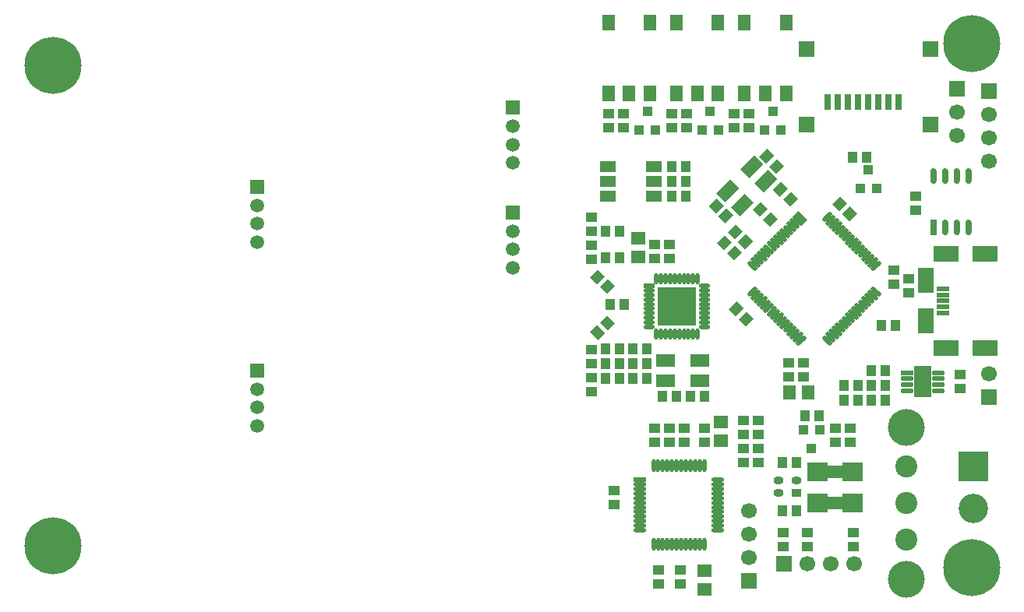
<source format=gts>
G04 (created by PCBNEW (2013-07-07 BZR 4022)-stable) date 06/12/2014 00:31:43*
%MOIN*%
G04 Gerber Fmt 3.4, Leading zero omitted, Abs format*
%FSLAX34Y34*%
G01*
G70*
G90*
G04 APERTURE LIST*
%ADD10C,0.00590551*%
%ADD11R,0.106299X0.0669291*%
%ADD12R,0.0669291X0.106299*%
%ADD13R,0.0570866X0.023622*%
%ADD14C,0.0944882*%
%ADD15C,0.15748*%
%ADD16R,0.043874X0.043874*%
%ADD17O,0.027874X0.066974*%
%ADD18R,0.027874X0.066974*%
%ADD19R,0.043274X0.035474*%
%ADD20O,0.043274X0.035474*%
%ADD21R,0.042874X0.047874*%
%ADD22R,0.047874X0.042874*%
%ADD23R,0.047274X0.019674*%
%ADD24O,0.047274X0.019674*%
%ADD25O,0.019674X0.047274*%
%ADD26R,0.047274X0.047274*%
%ADD27R,0.027574X0.066974*%
%ADD28R,0.066974X0.066974*%
%ADD29C,0.019674*%
%ADD30R,0.055074X0.019674*%
%ADD31O,0.055074X0.019674*%
%ADD32O,0.019674X0.055074*%
%ADD33R,0.0708661X0.0511811*%
%ADD34C,0.244074*%
%ADD35R,0.0551181X0.0224409*%
%ADD36O,0.0551181X0.0224409*%
%ADD37R,0.0393701X0.0393701*%
%ADD38R,0.082674X0.055074*%
%ADD39R,0.0669291X0.0669291*%
%ADD40C,0.0669291*%
%ADD41R,0.062874X0.052874*%
%ADD42R,0.052874X0.062874*%
%ADD43R,0.055074X0.070874*%
%ADD44R,0.125984X0.125984*%
%ADD45C,0.125984*%
%ADD46R,0.046474X0.052874*%
%ADD47R,0.086574X0.078774*%
%ADD48R,0.0590551X0.0590551*%
%ADD49C,0.0590551*%
G04 APERTURE END LIST*
G54D10*
G54D11*
X79940Y-72893D03*
X79940Y-68838D03*
X78287Y-72893D03*
X78287Y-68838D03*
G54D12*
X77421Y-71732D03*
X77421Y-70000D03*
G54D13*
X78159Y-71377D03*
X78159Y-71122D03*
X78159Y-70866D03*
X78159Y-70610D03*
X78159Y-70354D03*
G54D14*
X76574Y-81102D03*
X76574Y-79527D03*
X76574Y-77952D03*
G54D15*
X76574Y-82775D03*
X76574Y-76279D03*
G54D16*
X75310Y-66069D03*
X74610Y-66069D03*
X74960Y-65269D03*
X72169Y-76371D03*
X72869Y-76371D03*
X72519Y-77171D03*
X65861Y-63549D03*
X65161Y-63549D03*
X65511Y-62749D03*
X68538Y-63549D03*
X67838Y-63549D03*
X68188Y-62749D03*
X71216Y-63549D03*
X70516Y-63549D03*
X70866Y-62749D03*
G54D17*
X77753Y-65514D03*
G54D18*
X77753Y-67714D03*
G54D17*
X78253Y-65514D03*
X78753Y-65514D03*
X79253Y-65514D03*
X78253Y-67714D03*
X78753Y-67714D03*
X79253Y-67714D03*
G54D19*
X71870Y-79074D03*
G54D20*
X71870Y-78562D03*
X71122Y-78562D03*
X71122Y-79074D03*
G54D21*
X72259Y-75787D03*
X72859Y-75787D03*
G54D22*
X74330Y-81402D03*
X74330Y-80802D03*
G54D21*
X64315Y-73543D03*
X63715Y-73543D03*
X75526Y-71929D03*
X76126Y-71929D03*
G54D22*
X63110Y-74148D03*
X63110Y-74748D03*
X63110Y-67898D03*
X63110Y-67298D03*
G54D21*
X65496Y-72913D03*
X64896Y-72913D03*
G54D22*
X74173Y-76314D03*
X74173Y-76914D03*
X73543Y-76914D03*
X73543Y-76314D03*
X72362Y-81402D03*
X72362Y-80802D03*
X71299Y-81402D03*
X71299Y-80802D03*
X66535Y-62849D03*
X66535Y-63449D03*
X64488Y-62849D03*
X64488Y-63449D03*
X69212Y-62849D03*
X69212Y-63449D03*
X69842Y-62849D03*
X69842Y-63449D03*
X67165Y-62849D03*
X67165Y-63449D03*
G54D21*
X67150Y-66377D03*
X66550Y-66377D03*
X67150Y-65748D03*
X66550Y-65748D03*
X67150Y-65118D03*
X66550Y-65118D03*
G54D10*
G36*
X71084Y-67359D02*
X70745Y-67698D01*
X70442Y-67395D01*
X70780Y-67056D01*
X71084Y-67359D01*
X71084Y-67359D01*
G37*
G36*
X70659Y-66935D02*
X70321Y-67274D01*
X70018Y-66970D01*
X70356Y-66632D01*
X70659Y-66935D01*
X70659Y-66935D01*
G37*
G54D22*
X69606Y-77180D03*
X69606Y-77780D03*
G54D21*
X75093Y-74488D03*
X75693Y-74488D03*
X75093Y-75118D03*
X75693Y-75118D03*
G54D22*
X70236Y-77180D03*
X70236Y-77780D03*
G54D23*
X65590Y-70216D03*
G54D24*
X65590Y-70413D03*
X65590Y-70610D03*
X65590Y-70807D03*
X65590Y-71004D03*
X65590Y-71200D03*
X65590Y-71397D03*
X65590Y-71594D03*
X65590Y-71791D03*
X65590Y-71988D03*
G54D25*
X65885Y-72283D03*
X66082Y-72283D03*
X66279Y-72283D03*
X66476Y-72283D03*
X66673Y-72283D03*
X66869Y-72283D03*
X67066Y-72283D03*
X67263Y-72283D03*
X67460Y-72283D03*
X67657Y-72283D03*
G54D24*
X67952Y-71988D03*
X67952Y-71791D03*
X67952Y-71594D03*
X67952Y-71397D03*
X67952Y-71200D03*
X67952Y-71004D03*
X67952Y-70807D03*
X67952Y-70610D03*
X67952Y-70413D03*
X67952Y-70216D03*
G54D25*
X67657Y-69921D03*
X67460Y-69921D03*
X67263Y-69921D03*
X67066Y-69921D03*
X66869Y-69921D03*
X66673Y-69921D03*
X66476Y-69921D03*
X66279Y-69921D03*
X66082Y-69921D03*
X65885Y-69921D03*
G54D26*
X66968Y-71299D03*
X66968Y-70905D03*
X66968Y-70511D03*
X67362Y-70511D03*
X67362Y-70905D03*
X67362Y-71299D03*
X67362Y-71693D03*
X66968Y-71693D03*
X66574Y-70511D03*
X66574Y-70905D03*
X66574Y-71299D03*
X66574Y-71693D03*
X66180Y-70511D03*
X66180Y-70905D03*
X66180Y-71693D03*
X66180Y-71299D03*
G54D27*
X76259Y-62362D03*
X75826Y-62362D03*
X75393Y-62362D03*
X74960Y-62362D03*
X74527Y-62362D03*
X74094Y-62362D03*
X73661Y-62362D03*
X73228Y-62362D03*
G54D28*
X77598Y-60078D03*
X77598Y-63307D03*
X72322Y-60078D03*
X72322Y-63307D03*
G54D10*
G36*
X71817Y-67152D02*
X71956Y-67013D01*
X72345Y-67402D01*
X72206Y-67541D01*
X71817Y-67152D01*
X71817Y-67152D01*
G37*
G54D29*
X71817Y-67290D02*
X72067Y-67541D01*
X71678Y-67430D02*
X71928Y-67680D01*
X71538Y-67569D02*
X71789Y-67819D01*
X71399Y-67708D02*
X71649Y-67959D01*
X71260Y-67848D02*
X71510Y-68098D01*
X71121Y-67987D02*
X71371Y-68237D01*
X70981Y-68126D02*
X71232Y-68376D01*
X70843Y-68263D02*
X71093Y-68514D01*
X70703Y-68403D02*
X70954Y-68653D01*
X70564Y-68542D02*
X70814Y-68792D01*
X70424Y-68680D02*
X70674Y-68931D01*
X70285Y-68821D02*
X70535Y-69072D01*
X70145Y-68961D02*
X70396Y-69211D01*
X70006Y-69100D02*
X70256Y-69350D01*
X69868Y-69238D02*
X70118Y-69489D01*
X69868Y-70602D02*
X70119Y-70352D01*
X70008Y-70742D02*
X70258Y-70491D01*
X70147Y-70881D02*
X70397Y-70631D01*
X70285Y-71020D02*
X70536Y-70769D01*
X70425Y-71159D02*
X70675Y-70909D01*
X70564Y-71298D02*
X70814Y-71048D01*
X70703Y-71437D02*
X70953Y-71186D01*
X70842Y-71576D02*
X71092Y-71326D01*
X73070Y-72441D02*
X73320Y-72691D01*
X73209Y-72302D02*
X73460Y-72552D01*
X73349Y-72162D02*
X73599Y-72413D01*
X73488Y-72023D02*
X73738Y-72273D01*
X70981Y-71716D02*
X71231Y-71466D01*
X71120Y-71855D02*
X71370Y-71605D01*
X71259Y-71995D02*
X71509Y-71744D01*
X71398Y-72134D02*
X71649Y-71884D01*
X71538Y-72273D02*
X71788Y-72023D01*
X71677Y-72413D02*
X71927Y-72162D01*
X71816Y-72552D02*
X72067Y-72302D01*
X71955Y-72690D02*
X72205Y-72440D01*
X73626Y-71884D02*
X73876Y-72134D01*
X73765Y-71744D02*
X74015Y-71995D01*
X73904Y-71605D02*
X74155Y-71855D01*
X74044Y-71466D02*
X74294Y-71716D01*
X74182Y-71327D02*
X74433Y-71578D01*
X74322Y-71188D02*
X74572Y-71438D01*
X74461Y-71049D02*
X74711Y-71299D01*
X74600Y-70909D02*
X74851Y-71160D01*
X74740Y-70770D02*
X74990Y-71020D01*
X74879Y-70631D02*
X75129Y-70881D01*
X75018Y-70491D02*
X75268Y-70742D01*
X75157Y-70353D02*
X75407Y-70603D01*
X75157Y-69489D02*
X75407Y-69238D01*
X75018Y-69350D02*
X75268Y-69100D01*
X74879Y-69211D02*
X75129Y-68961D01*
X74740Y-69072D02*
X74990Y-68821D01*
X74600Y-68932D02*
X74851Y-68682D01*
X74461Y-68793D02*
X74711Y-68543D01*
X74322Y-68654D02*
X74572Y-68403D01*
X74182Y-68514D02*
X74433Y-68264D01*
X74044Y-68376D02*
X74294Y-68125D01*
X73904Y-68236D02*
X74155Y-67986D01*
X73765Y-68097D02*
X74015Y-67847D01*
X73626Y-67958D02*
X73876Y-67708D01*
X73487Y-67819D02*
X73737Y-67568D01*
X73347Y-67679D02*
X73598Y-67429D01*
X73208Y-67540D02*
X73458Y-67290D01*
X73069Y-67401D02*
X73320Y-67151D01*
G54D30*
X65177Y-78523D03*
G54D31*
X65177Y-78719D03*
X65177Y-78916D03*
X65177Y-79113D03*
X65177Y-79310D03*
X65177Y-79507D03*
X65177Y-79704D03*
X65177Y-79901D03*
X65177Y-80097D03*
X65177Y-80294D03*
X65177Y-80491D03*
X65176Y-80688D03*
G54D32*
X65769Y-81279D03*
X65965Y-81279D03*
X66162Y-81279D03*
X66359Y-81279D03*
X66556Y-81279D03*
X66753Y-81279D03*
X66950Y-81279D03*
X67146Y-81279D03*
X67343Y-81279D03*
X67540Y-81279D03*
X67736Y-81279D03*
X67933Y-81279D03*
G54D31*
X68524Y-80689D03*
X68524Y-80492D03*
X68524Y-80295D03*
X68524Y-80098D03*
X68524Y-79901D03*
X68524Y-79704D03*
X68524Y-79507D03*
X68524Y-79311D03*
X68524Y-79114D03*
X68524Y-78917D03*
X68524Y-78720D03*
X68524Y-78523D03*
G54D32*
X67933Y-77933D03*
X67736Y-77933D03*
X67539Y-77933D03*
X67342Y-77933D03*
X67145Y-77933D03*
X66948Y-77933D03*
X66752Y-77933D03*
X66555Y-77933D03*
X66358Y-77933D03*
X66161Y-77933D03*
X65964Y-77933D03*
X65767Y-77933D03*
G54D33*
X63818Y-66377D03*
X63818Y-65748D03*
X63818Y-65118D03*
X65787Y-66377D03*
X65787Y-65748D03*
X65787Y-65118D03*
G54D10*
G36*
X63049Y-69844D02*
X63388Y-69506D01*
X63691Y-69809D01*
X63352Y-70148D01*
X63049Y-69844D01*
X63049Y-69844D01*
G37*
G36*
X63473Y-70269D02*
X63812Y-69930D01*
X64115Y-70233D01*
X63777Y-70572D01*
X63473Y-70269D01*
X63473Y-70269D01*
G37*
G36*
X63777Y-71474D02*
X64115Y-71813D01*
X63812Y-72116D01*
X63473Y-71778D01*
X63777Y-71474D01*
X63777Y-71474D01*
G37*
G36*
X63352Y-71899D02*
X63691Y-72237D01*
X63388Y-72540D01*
X63049Y-72202D01*
X63352Y-71899D01*
X63352Y-71899D01*
G37*
G54D34*
X40078Y-60787D03*
X40078Y-81338D03*
X79370Y-82283D03*
X79370Y-59842D03*
G54D35*
X76614Y-73946D03*
G54D36*
X76614Y-74202D03*
X76614Y-74458D03*
X76614Y-74714D03*
X77952Y-74714D03*
X77952Y-74458D03*
X77952Y-74202D03*
X77952Y-73946D03*
G54D37*
X77440Y-73858D03*
X77440Y-74173D03*
X77440Y-74488D03*
X77440Y-74803D03*
X77125Y-73858D03*
X77125Y-74173D03*
X77125Y-74488D03*
X77125Y-74803D03*
G54D38*
X66279Y-74291D03*
X67735Y-74291D03*
X67735Y-73425D03*
X66279Y-73425D03*
G54D10*
G36*
X70069Y-64636D02*
X70459Y-65026D01*
X69874Y-65610D01*
X69485Y-65221D01*
X70069Y-64636D01*
X70069Y-64636D01*
G37*
G36*
X69040Y-65666D02*
X69429Y-66055D01*
X68845Y-66640D01*
X68455Y-66251D01*
X69040Y-65666D01*
X69040Y-65666D01*
G37*
G36*
X69652Y-66278D02*
X70042Y-66668D01*
X69457Y-67252D01*
X69068Y-66863D01*
X69652Y-66278D01*
X69652Y-66278D01*
G37*
G36*
X70682Y-65249D02*
X71071Y-65638D01*
X70487Y-66223D01*
X70097Y-65833D01*
X70682Y-65249D01*
X70682Y-65249D01*
G37*
G54D39*
X80118Y-61885D03*
G54D40*
X80118Y-62885D03*
X80118Y-63885D03*
X80118Y-64885D03*
G54D39*
X69842Y-82838D03*
G54D40*
X69842Y-81838D03*
X69842Y-80838D03*
X69842Y-79838D03*
G54D39*
X78740Y-61795D03*
G54D40*
X78740Y-62795D03*
X78740Y-63795D03*
G54D39*
X80118Y-74988D03*
G54D40*
X80118Y-73988D03*
G54D39*
X71334Y-82125D03*
G54D40*
X72334Y-82125D03*
X73334Y-82125D03*
X74334Y-82125D03*
G54D41*
X65118Y-68982D03*
X65118Y-68182D03*
X68661Y-76856D03*
X68661Y-76056D03*
G54D42*
X72368Y-74803D03*
X71568Y-74803D03*
G54D41*
X67952Y-82434D03*
X67952Y-83234D03*
G54D10*
G36*
X70021Y-68304D02*
X69682Y-68643D01*
X69379Y-68340D01*
X69717Y-68001D01*
X70021Y-68304D01*
X70021Y-68304D01*
G37*
G36*
X69596Y-67880D02*
X69258Y-68218D01*
X68955Y-67915D01*
X69293Y-67577D01*
X69596Y-67880D01*
X69596Y-67880D01*
G37*
G36*
X69548Y-68777D02*
X69210Y-69115D01*
X68907Y-68812D01*
X69245Y-68473D01*
X69548Y-68777D01*
X69548Y-68777D01*
G37*
G36*
X69124Y-68352D02*
X68785Y-68691D01*
X68482Y-68388D01*
X68821Y-68049D01*
X69124Y-68352D01*
X69124Y-68352D01*
G37*
G54D22*
X66929Y-82377D03*
X66929Y-82977D03*
G54D10*
G36*
X73404Y-66734D02*
X73742Y-66396D01*
X74045Y-66699D01*
X73707Y-67037D01*
X73404Y-66734D01*
X73404Y-66734D01*
G37*
G36*
X73828Y-67158D02*
X74166Y-66820D01*
X74469Y-67123D01*
X74131Y-67462D01*
X73828Y-67158D01*
X73828Y-67158D01*
G37*
G54D22*
X64094Y-79591D03*
X64094Y-78991D03*
G54D10*
G36*
X70060Y-71611D02*
X69722Y-71950D01*
X69418Y-71647D01*
X69757Y-71308D01*
X70060Y-71611D01*
X70060Y-71611D01*
G37*
G36*
X69636Y-71187D02*
X69297Y-71526D01*
X68994Y-71222D01*
X69333Y-70884D01*
X69636Y-71187D01*
X69636Y-71187D01*
G37*
G54D22*
X78897Y-74630D03*
X78897Y-74030D03*
G54D21*
X73912Y-75118D03*
X74512Y-75118D03*
X73912Y-74488D03*
X74512Y-74488D03*
X75093Y-73858D03*
X75693Y-73858D03*
G54D22*
X65826Y-76914D03*
X65826Y-76314D03*
G54D10*
G36*
X71950Y-66493D02*
X71611Y-66832D01*
X71308Y-66529D01*
X71647Y-66190D01*
X71950Y-66493D01*
X71950Y-66493D01*
G37*
G36*
X71526Y-66069D02*
X71187Y-66407D01*
X70884Y-66104D01*
X71222Y-65766D01*
X71526Y-66069D01*
X71526Y-66069D01*
G37*
G54D22*
X65984Y-82377D03*
X65984Y-82977D03*
X76968Y-66392D03*
X76968Y-66992D03*
X66456Y-76914D03*
X66456Y-76314D03*
X72165Y-73518D03*
X72165Y-74118D03*
X67086Y-76914D03*
X67086Y-76314D03*
X67952Y-76914D03*
X67952Y-76314D03*
G54D21*
X63715Y-69015D03*
X64315Y-69015D03*
G54D10*
G36*
X70293Y-64687D02*
X70632Y-64348D01*
X70935Y-64652D01*
X70596Y-64990D01*
X70293Y-64687D01*
X70293Y-64687D01*
G37*
G36*
X70718Y-65111D02*
X71056Y-64773D01*
X71359Y-65076D01*
X71021Y-65414D01*
X70718Y-65111D01*
X70718Y-65111D01*
G37*
G36*
X69194Y-67202D02*
X68855Y-67540D01*
X68552Y-67237D01*
X68891Y-66899D01*
X69194Y-67202D01*
X69194Y-67202D01*
G37*
G36*
X68770Y-66778D02*
X68431Y-67116D01*
X68128Y-66813D01*
X68466Y-66474D01*
X68770Y-66778D01*
X68770Y-66778D01*
G37*
G54D22*
X69606Y-75999D03*
X69606Y-76599D03*
X70236Y-75999D03*
X70236Y-76599D03*
G54D21*
X71874Y-79842D03*
X71274Y-79842D03*
X71274Y-77795D03*
X71874Y-77795D03*
X65496Y-73543D03*
X64896Y-73543D03*
G54D22*
X76062Y-70142D03*
X76062Y-69542D03*
X71535Y-73518D03*
X71535Y-74118D03*
G54D21*
X64315Y-74173D03*
X63715Y-74173D03*
X63715Y-67874D03*
X64315Y-67874D03*
G54D22*
X63110Y-73567D03*
X63110Y-72967D03*
X63110Y-68479D03*
X63110Y-69079D03*
G54D21*
X64315Y-72913D03*
X63715Y-72913D03*
X74866Y-64724D03*
X74266Y-64724D03*
X67337Y-74960D03*
X67937Y-74960D03*
X66756Y-74960D03*
X66156Y-74960D03*
G54D22*
X65826Y-69040D03*
X65826Y-68440D03*
X66456Y-69040D03*
X66456Y-68440D03*
G54D21*
X65496Y-74173D03*
X64896Y-74173D03*
G54D22*
X76692Y-70536D03*
X76692Y-69936D03*
G54D21*
X64512Y-71023D03*
X63912Y-71023D03*
G54D43*
X68527Y-61992D03*
X66747Y-61992D03*
X68527Y-58952D03*
X66747Y-58952D03*
X67637Y-61988D03*
X65614Y-61992D03*
X63834Y-61992D03*
X65614Y-58952D03*
X63834Y-58952D03*
X64724Y-61988D03*
G54D44*
X79448Y-77952D03*
G54D45*
X79448Y-79763D03*
G54D46*
X73311Y-78188D03*
X73775Y-78188D03*
X73775Y-79527D03*
X73311Y-79527D03*
G54D47*
X72793Y-79527D03*
X74293Y-79527D03*
X72793Y-78188D03*
X74293Y-78188D03*
G54D22*
X63858Y-62849D03*
X63858Y-63449D03*
G54D48*
X59763Y-67086D03*
G54D49*
X59763Y-67874D03*
X59763Y-68661D03*
X59763Y-69448D03*
G54D48*
X48818Y-73858D03*
G54D49*
X48818Y-74645D03*
X48818Y-75433D03*
X48818Y-76220D03*
G54D48*
X59763Y-62598D03*
G54D49*
X59763Y-63385D03*
X59763Y-64173D03*
X59763Y-64960D03*
G54D48*
X48818Y-65984D03*
G54D49*
X48818Y-66771D03*
X48818Y-67559D03*
X48818Y-68346D03*
G54D43*
X71441Y-61992D03*
X69661Y-61992D03*
X71441Y-58952D03*
X69661Y-58952D03*
X70551Y-61988D03*
M02*

</source>
